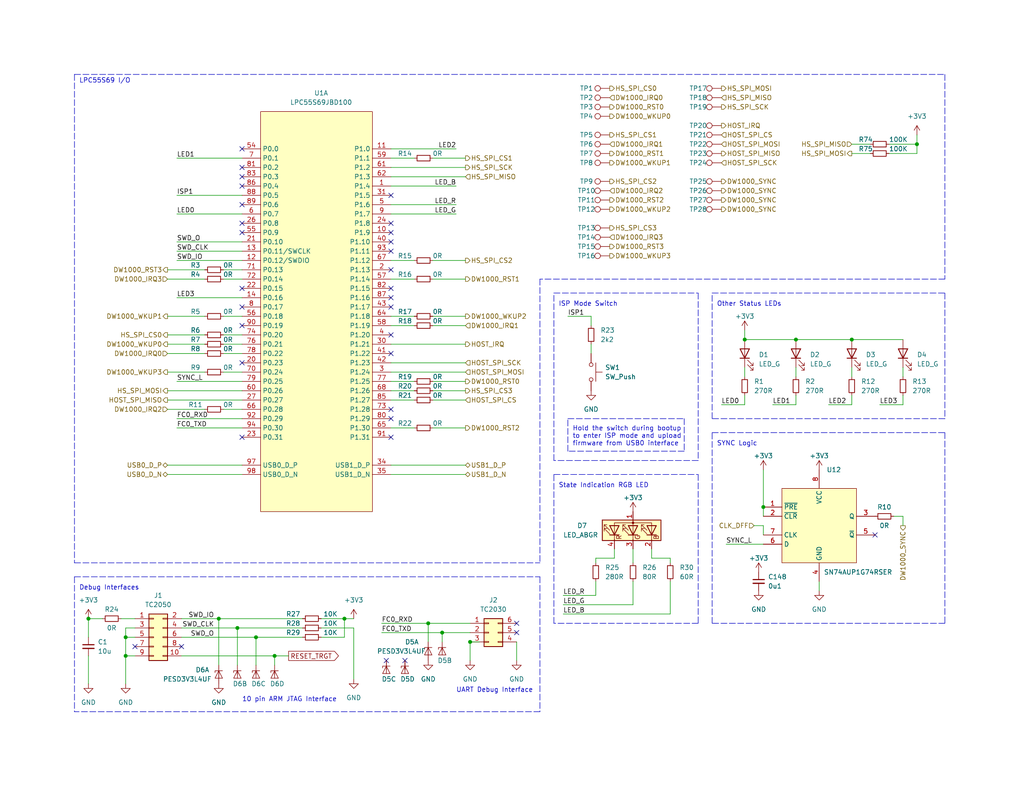
<source format=kicad_sch>
(kicad_sch (version 20231120) (generator "eeschema") (generator_version "8.0")
  (paper "USLetter")
  (title_block (title "ReLoki - LPC55S69 Microcontroller") (date "2022-12-12") (rev "0.2.1") (company "George Mason University"))
  (junction (at 34.29 179.07))
  (junction (at 208.28 138.43))
  (junction (at 24.13 168.91))
  (junction (at 128.27 175.26))
  (junction (at 59.69 168.91))
  (junction (at 64.77 171.45))
  (junction (at 217.17 92.71))
  (junction (at 116.84 170.18))
  (junction (at 250.19 39.37))
  (junction (at 34.29 173.99))
  (junction (at 69.85 173.99))
  (junction (at 203.2 92.71))
  (junction (at 232.41 92.71))
  (junction (at 74.93 179.07))
  (junction (at 120.65 172.72))
  (junction (at 93.98 168.91))
  (no_connect (at 36.83 176.53))
  (no_connect (at 106.68 83.82))
  (no_connect (at 106.68 81.28))
  (no_connect (at 106.68 78.74))
  (no_connect (at 106.68 53.34))
  (no_connect (at 106.68 60.96))
  (no_connect (at 106.68 73.66))
  (no_connect (at 106.68 68.58))
  (no_connect (at 106.68 66.04))
  (no_connect (at 106.68 63.5))
  (no_connect (at 106.68 91.44))
  (no_connect (at 106.68 96.52))
  (no_connect (at 66.04 78.74))
  (no_connect (at 66.04 83.82))
  (no_connect (at 66.04 88.9))
  (no_connect (at 66.04 99.06))
  (no_connect (at 66.04 119.38))
  (no_connect (at 106.68 119.38))
  (no_connect (at 106.68 114.3))
  (no_connect (at 106.68 111.76))
  (no_connect (at 66.04 55.88))
  (no_connect (at 66.04 60.96))
  (no_connect (at 66.04 63.5))
  (no_connect (at 66.04 45.72))
  (no_connect (at 66.04 48.26))
  (no_connect (at 66.04 50.8))
  (no_connect (at 66.04 40.64))
  (no_connect (at 238.76 146.05))
  (no_connect (at 105.41 180.34))
  (no_connect (at 140.97 172.72))
  (no_connect (at 140.97 170.18))
  (no_connect (at 49.53 176.53))
  (no_connect (at 110.49 180.34))
  (polyline (pts (xy 257.81 118.11) (xy 257.81 170.18)) (stroke (width 0) (type dash)))
  (polyline (pts (xy 186.69 114.3) (xy 186.69 123.19)) (stroke (width 0) (type dash)))
  (wire (pts (xy 217.17 92.71) (xy 232.41 92.71)))
  (wire (pts (xy 217.17 107.95) (xy 217.17 110.49)))
  (wire (pts (xy 106.68 88.9) (xy 113.03 88.9)))
  (wire (pts (xy 64.77 171.45) (xy 82.55 171.45)))
  (wire (pts (xy 205.74 143.51) (xy 208.28 143.51)))
  (wire (pts (xy 208.28 143.51) (xy 208.28 146.05)))
  (wire (pts (xy 60.96 101.6) (xy 66.04 101.6)))
  (wire (pts (xy 74.93 179.07) (xy 78.74 179.07)))
  (polyline (pts (xy 151.13 170.18) (xy 151.13 129.54)) (stroke (width 0) (type dash)))
  (polyline (pts (xy 20.32 157.48) (xy 147.32 157.48)) (stroke (width 0) (type dash)))
  (polyline (pts (xy 257.81 20.32) (xy 257.81 76.2)) (stroke (width 0) (type dash)))
  (wire (pts (xy 64.77 171.45) (xy 64.77 181.61)))
  (wire (pts (xy 60.96 86.36) (xy 66.04 86.36)))
  (wire (pts (xy 48.26 104.14) (xy 66.04 104.14)))
  (wire (pts (xy 153.67 167.64) (xy 182.88 167.64)))
  (wire (pts (xy 246.38 110.49) (xy 240.03 110.49)))
  (polyline (pts (xy 186.69 123.19) (xy 154.94 123.19)) (stroke (width 0) (type dash)))
  (wire (pts (xy 45.72 129.54) (xy 66.04 129.54)))
  (polyline (pts (xy 151.13 129.54) (xy 190.5 129.54)) (stroke (width 0) (type dash)))
  (wire (pts (xy 34.29 173.99) (xy 34.29 171.45)))
  (wire (pts (xy 106.68 58.42) (xy 124.46 58.42)))
  (wire (pts (xy 74.93 179.07) (xy 74.93 181.61)))
  (wire (pts (xy 34.29 173.99) (xy 36.83 173.99)))
  (wire (pts (xy 172.72 165.1) (xy 172.72 158.75)))
  (wire (pts (xy 162.56 152.4) (xy 162.56 153.67)))
  (polyline (pts (xy 20.32 20.32) (xy 257.81 20.32)) (stroke (width 0) (type dash)))
  (wire (pts (xy 60.96 73.66) (xy 66.04 73.66)))
  (wire (pts (xy 208.28 128.27) (xy 208.28 138.43)))
  (wire (pts (xy 116.84 170.18) (xy 128.27 170.18)))
  (wire (pts (xy 196.85 110.49) (xy 203.2 110.49)))
  (wire (pts (xy 45.72 106.68) (xy 66.04 106.68)))
  (polyline (pts (xy 154.94 123.19) (xy 154.94 114.3)) (stroke (width 0) (type dash)))
  (wire (pts (xy 34.29 179.07) (xy 34.29 173.99)))
  (wire (pts (xy 106.68 55.88) (xy 124.46 55.88)))
  (polyline (pts (xy 257.81 170.18) (xy 194.31 170.18)) (stroke (width 0) (type dash)))
  (wire (pts (xy 48.26 71.12) (xy 66.04 71.12)))
  (wire (pts (xy 177.8 149.86) (xy 177.8 152.4)))
  (wire (pts (xy 45.72 101.6) (xy 55.88 101.6)))
  (wire (pts (xy 106.68 99.06) (xy 127 99.06)))
  (wire (pts (xy 106.68 40.64) (xy 124.46 40.64)))
  (polyline (pts (xy 147.32 157.48) (xy 147.32 194.31)) (stroke (width 0) (type dash)))
  (wire (pts (xy 69.85 173.99) (xy 69.85 181.61)))
  (wire (pts (xy 33.02 168.91) (xy 36.83 168.91)))
  (wire (pts (xy 93.98 173.99) (xy 93.98 168.91)))
  (wire (pts (xy 87.63 171.45) (xy 96.52 171.45)))
  (polyline (pts (xy 194.31 170.18) (xy 194.31 118.11)) (stroke (width 0) (type dash)))
  (wire (pts (xy 49.53 171.45) (xy 64.77 171.45)))
  (wire (pts (xy 48.26 114.3) (xy 66.04 114.3)))
  (wire (pts (xy 48.26 81.28) (xy 66.04 81.28)))
  (wire (pts (xy 232.41 92.71) (xy 246.38 92.71)))
  (polyline (pts (xy 147.32 76.2) (xy 147.32 153.67)) (stroke (width 0) (type dash)))
  (wire (pts (xy 250.19 41.91) (xy 250.19 39.37)))
  (polyline (pts (xy 190.5 80.01) (xy 190.5 125.73)) (stroke (width 0) (type dash)))
  (wire (pts (xy 242.57 41.91) (xy 250.19 41.91)))
  (wire (pts (xy 49.53 179.07) (xy 74.93 179.07)))
  (wire (pts (xy 45.72 109.22) (xy 66.04 109.22)))
  (wire (pts (xy 48.26 116.84) (xy 66.04 116.84)))
  (wire (pts (xy 60.96 93.98) (xy 66.04 93.98)))
  (wire (pts (xy 162.56 162.56) (xy 162.56 158.75)))
  (wire (pts (xy 153.67 162.56) (xy 162.56 162.56)))
  (wire (pts (xy 93.98 168.91) (xy 96.52 168.91)))
  (wire (pts (xy 106.68 43.18) (xy 113.03 43.18)))
  (wire (pts (xy 34.29 171.45) (xy 36.83 171.45)))
  (wire (pts (xy 49.53 168.91) (xy 59.69 168.91)))
  (polyline (pts (xy 194.31 80.01) (xy 257.81 80.01)) (stroke (width 0) (type dash)))
  (wire (pts (xy 45.72 93.98) (xy 55.88 93.98)))
  (polyline (pts (xy 20.32 157.48) (xy 20.32 194.31)) (stroke (width 0) (type dash)))
  (wire (pts (xy 106.68 71.12) (xy 113.03 71.12)))
  (wire (pts (xy 161.29 93.98) (xy 161.29 96.52)))
  (wire (pts (xy 182.88 167.64) (xy 182.88 158.75)))
  (wire (pts (xy 242.57 39.37) (xy 250.19 39.37)))
  (wire (pts (xy 104.14 170.18) (xy 116.84 170.18)))
  (wire (pts (xy 172.72 149.86) (xy 172.72 153.67)))
  (wire (pts (xy 161.29 86.36) (xy 161.29 88.9)))
  (wire (pts (xy 106.68 48.26) (xy 127 48.26)))
  (wire (pts (xy 24.13 168.91) (xy 27.94 168.91)))
  (wire (pts (xy 48.26 58.42) (xy 66.04 58.42)))
  (wire (pts (xy 154.94 86.36) (xy 161.29 86.36)))
  (polyline (pts (xy 190.5 129.54) (xy 190.5 170.18)) (stroke (width 0) (type dash)))
  (wire (pts (xy 106.68 86.36) (xy 113.03 86.36)))
  (polyline (pts (xy 20.32 20.32) (xy 20.32 153.67)) (stroke (width 0) (type dash)))
  (polyline (pts (xy 20.32 153.67) (xy 147.32 153.67)) (stroke (width 0) (type dash)))
  (wire (pts (xy 118.11 109.22) (xy 127 109.22)))
  (wire (pts (xy 167.64 149.86) (xy 167.64 152.4)))
  (wire (pts (xy 59.69 168.91) (xy 59.69 181.61)))
  (wire (pts (xy 118.11 106.68) (xy 127 106.68)))
  (wire (pts (xy 106.68 116.84) (xy 113.03 116.84)))
  (polyline (pts (xy 190.5 125.73) (xy 151.13 125.73)) (stroke (width 0) (type dash)))
  (wire (pts (xy 232.41 100.33) (xy 232.41 102.87)))
  (wire (pts (xy 106.68 109.22) (xy 113.03 109.22)))
  (wire (pts (xy 106.68 93.98) (xy 127 93.98)))
  (wire (pts (xy 60.96 91.44) (xy 66.04 91.44)))
  (wire (pts (xy 232.41 107.95) (xy 232.41 110.49)))
  (wire (pts (xy 128.27 175.26) (xy 128.27 180.34)))
  (polyline (pts (xy 194.31 118.11) (xy 257.81 118.11)) (stroke (width 0) (type dash)))
  (wire (pts (xy 45.72 127) (xy 66.04 127)))
  (wire (pts (xy 106.68 45.72) (xy 127 45.72)))
  (wire (pts (xy 87.63 168.91) (xy 93.98 168.91)))
  (wire (pts (xy 198.12 148.59) (xy 208.28 148.59)))
  (wire (pts (xy 120.65 172.72) (xy 128.27 172.72)))
  (wire (pts (xy 177.8 152.4) (xy 182.88 152.4)))
  (wire (pts (xy 232.41 41.91) (xy 237.49 41.91)))
  (wire (pts (xy 118.11 88.9) (xy 127 88.9)))
  (wire (pts (xy 250.19 39.37) (xy 250.19 36.83)))
  (wire (pts (xy 24.13 179.07) (xy 24.13 186.69)))
  (wire (pts (xy 203.2 92.71) (xy 217.17 92.71)))
  (wire (pts (xy 153.67 165.1) (xy 172.72 165.1)))
  (wire (pts (xy 118.11 71.12) (xy 127 71.12)))
  (wire (pts (xy 34.29 186.69) (xy 34.29 179.07)))
  (wire (pts (xy 243.84 140.97) (xy 246.38 140.97)))
  (wire (pts (xy 226.06 110.49) (xy 232.41 110.49)))
  (wire (pts (xy 140.97 175.26) (xy 140.97 180.34)))
  (wire (pts (xy 45.72 111.76) (xy 55.88 111.76)))
  (wire (pts (xy 118.11 43.18) (xy 127 43.18)))
  (wire (pts (xy 118.11 116.84) (xy 127 116.84)))
  (wire (pts (xy 45.72 73.66) (xy 55.88 73.66)))
  (wire (pts (xy 203.2 107.95) (xy 203.2 110.49)))
  (wire (pts (xy 106.68 104.14) (xy 113.03 104.14)))
  (wire (pts (xy 48.26 68.58) (xy 66.04 68.58)))
  (wire (pts (xy 60.96 76.2) (xy 66.04 76.2)))
  (polyline (pts (xy 154.94 114.3) (xy 186.69 114.3)) (stroke (width 0) (type dash)))
  (wire (pts (xy 246.38 107.95) (xy 246.38 110.49)))
  (wire (pts (xy 45.72 76.2) (xy 55.88 76.2)))
  (wire (pts (xy 203.2 100.33) (xy 203.2 102.87)))
  (wire (pts (xy 120.65 172.72) (xy 120.65 175.26)))
  (wire (pts (xy 246.38 100.33) (xy 246.38 102.87)))
  (wire (pts (xy 48.26 43.18) (xy 66.04 43.18)))
  (wire (pts (xy 34.29 179.07) (xy 36.83 179.07)))
  (wire (pts (xy 45.72 86.36) (xy 55.88 86.36)))
  (wire (pts (xy 104.14 172.72) (xy 120.65 172.72)))
  (wire (pts (xy 87.63 173.99) (xy 93.98 173.99)))
  (wire (pts (xy 69.85 173.99) (xy 82.55 173.99)))
  (wire (pts (xy 45.72 96.52) (xy 55.88 96.52)))
  (polyline (pts (xy 257.81 80.01) (xy 257.81 114.3)) (stroke (width 0) (type dash)))
  (wire (pts (xy 127 127) (xy 106.68 127)))
  (wire (pts (xy 223.52 161.29) (xy 223.52 158.75)))
  (wire (pts (xy 208.28 138.43) (xy 208.28 140.97)))
  (wire (pts (xy 106.68 76.2) (xy 113.03 76.2)))
  (wire (pts (xy 60.96 96.52) (xy 66.04 96.52)))
  (wire (pts (xy 217.17 100.33) (xy 217.17 102.87)))
  (wire (pts (xy 45.72 91.44) (xy 55.88 91.44)))
  (wire (pts (xy 48.26 66.04) (xy 66.04 66.04)))
  (polyline (pts (xy 190.5 170.18) (xy 151.13 170.18)) (stroke (width 0) (type dash)))
  (wire (pts (xy 130.81 175.26) (xy 128.27 175.26)))
  (wire (pts (xy 246.38 140.97) (xy 246.38 143.51)))
  (wire (pts (xy 106.68 101.6) (xy 127 101.6)))
  (wire (pts (xy 203.2 90.17) (xy 203.2 92.71)))
  (wire (pts (xy 127 129.54) (xy 106.68 129.54)))
  (polyline (pts (xy 151.13 80.01) (xy 190.5 80.01)) (stroke (width 0) (type dash)))
  (wire (pts (xy 96.52 171.45) (xy 96.52 185.42)))
  (wire (pts (xy 232.41 39.37) (xy 237.49 39.37)))
  (wire (pts (xy 106.68 106.68) (xy 113.03 106.68)))
  (wire (pts (xy 118.11 86.36) (xy 127 86.36)))
  (wire (pts (xy 60.96 111.76) (xy 66.04 111.76)))
  (wire (pts (xy 48.26 53.34) (xy 66.04 53.34)))
  (wire (pts (xy 116.84 170.18) (xy 116.84 175.26)))
  (wire (pts (xy 24.13 168.91) (xy 24.13 173.99)))
  (polyline (pts (xy 194.31 114.3) (xy 194.31 80.01)) (stroke (width 0) (type dash)))
  (wire (pts (xy 167.64 152.4) (xy 162.56 152.4)))
  (polyline (pts (xy 257.81 76.2) (xy 147.32 76.2)) (stroke (width 0) (type dash)))
  (polyline (pts (xy 147.32 194.31) (xy 20.32 194.31)) (stroke (width 0) (type dash)))
  (wire (pts (xy 49.53 173.99) (xy 69.85 173.99)))
  (wire (pts (xy 210.82 110.49) (xy 217.17 110.49)))
  (polyline (pts (xy 257.81 114.3) (xy 194.31 114.3)) (stroke (width 0) (type dash)))
  (polyline (pts (xy 151.13 125.73) (xy 151.13 80.01)) (stroke (width 0) (type dash)))
  (wire (pts (xy 118.11 76.2) (xy 127 76.2)))
  (wire (pts (xy 59.69 168.91) (xy 82.55 168.91)))
  (wire (pts (xy 182.88 152.4) (xy 182.88 153.67)))
  (wire (pts (xy 118.11 104.14) (xy 127 104.14)))
  (wire (pts (xy 106.68 50.8) (xy 124.46 50.8)))
  (text "Other Status LEDs" (at 195.58 83.82 0) (effects (font (size 1.27 1.27)) (justify left bottom)))
  (text "10 pin ARM JTAG Interface" (at 66.04 191.77 0) (effects (font (size 1.27 1.27)) (justify left bottom)))
  (text "UART Debug Interface" (at 124.46 189.23 0) (effects (font (size 1.27 1.27)) (justify left bottom)))
  (text "Debug Interfaces" (at 21.59 161.29 0) (effects (font (size 1.27 1.27)) (justify left bottom)))
  (text "State Indication RGB LED" (at 152.4 133.35 0) (effects (font (size 1.27 1.27)) (justify left bottom)))
  (text "LPC55S69 I/O" (at 21.59 22.86 0) (effects (font (size 1.27 1.27)) (justify left bottom)))
  (text "Hold the switch during bootup \nto enter ISP mode and upload \nfirmware from USB0 interface" (at 156.21 121.92 0) (effects (font (size 1.27 1.27)) (justify left bottom)))
  (text "SYNC Logic\n" (at 195.58 121.92 0) (effects (font (size 1.27 1.27)) (justify left bottom)))
  (text "ISP Mode Switch" (at 152.4 83.82 0) (effects (font (size 1.27 1.27)) (justify left bottom)))
  (label "ISP1" (at 154.94 86.36 0))
  (label "SWD_IO" (at 58.42 168.91 180))
  (label "LED_B" (at 153.67 167.64 0))
  (label "SWD_CLK" (at 48.26 68.58 0))
  (label "LED3" (at 48.26 81.28 0))
  (label "LED3" (at 240.03 110.49 0))
  (label "LED_R" (at 124.46 55.88 180))
  (label "LED_R" (at 153.67 162.56 0))
  (label "SWD_O" (at 58.42 173.99 180))
  (label "FC0_TXD" (at 48.26 116.84 0))
  (label "FC0_RXD" (at 104.14 170.18 0))
  (label "LED_B" (at 124.46 50.8 180))
  (label "SYNC_L" (at 48.26 104.14 0))
  (label "LED1" (at 48.26 43.18 0))
  (label "LED_G" (at 153.67 165.1 0))
  (label "SWD_CLK" (at 58.42 171.45 180))
  (label "LED2" (at 226.06 110.49 0))
  (label "SYNC_L" (at 198.12 148.59 0))
  (label "SWD_IO" (at 48.26 71.12 0))
  (label "LED2" (at 124.46 40.64 180))
  (label "LED1" (at 210.82 110.49 0))
  (label "FC0_TXD" (at 104.14 172.72 0))
  (label "LED0" (at 48.26 58.42 0))
  (label "ISP1" (at 48.26 53.34 0))
  (label "LED_G" (at 124.46 58.42 180))
  (label "FC0_RXD" (at 48.26 114.3 0))
  (label "SWD_O" (at 48.26 66.04 0))
  (label "LED0" (at 196.85 110.49 0))
  (global_label "RESET_TRGT" (shape output) (at 78.74 179.07 0) (property "Intersheetrefs" "${INTERSHEET_REFS}" (effects (hide yes))))
  (hierarchical_label "DW1000_RST2" (shape output) (at 166.37 54.61 0))
  (hierarchical_label "HOST_SPI_CS" (shape input) (at 127 109.22 0))
  (hierarchical_label "DW1000_SYNC" (shape output) (at 196.85 49.53 0))
  (hierarchical_label "DW1000_RST0" (shape output) (at 127 104.14 0))
  (hierarchical_label "DW1000_RST1" (shape output) (at 127 76.2 0))
  (hierarchical_label "HS_SPI_CS1" (shape output) (at 127 43.18 0))
  (hierarchical_label "HOST_SPI_SCK" (shape input) (at 196.85 44.45 0))
  (hierarchical_label "HS_SPI_MISO" (shape input) (at 196.85 26.67 0))
  (hierarchical_label "HOST_SPI_MOSI" (shape input) (at 196.85 39.37 0))
  (hierarchical_label "HS_SPI_CS0" (shape output) (at 45.72 91.44 180))
  (hierarchical_label "DW1000_WKUP1" (shape output) (at 45.72 86.36 180))
  (hierarchical_label "DW1000_RST0" (shape output) (at 166.37 29.21 0))
  (hierarchical_label "HOST_SPI_MISO" (shape output) (at 196.85 41.91 0))
  (hierarchical_label "DW1000_SYNC" (shape output) (at 196.85 54.61 0))
  (hierarchical_label "DW1000_WKUP3" (shape output) (at 45.72 101.6 180))
  (hierarchical_label "DW1000_SYNC" (shape output) (at 196.85 52.07 0))
  (hierarchical_label "HS_SPI_MOSI" (shape output) (at 45.72 106.68 180))
  (hierarchical_label "HOST_SPI_MOSI" (shape input) (at 127 101.6 0))
  (hierarchical_label "DW1000_IRQ1" (shape input) (at 127 88.9 0))
  (hierarchical_label "DW1000_WKUP0" (shape output) (at 45.72 93.98 180))
  (hierarchical_label "DW1000_IRQ3" (shape input) (at 166.37 64.77 0))
  (hierarchical_label "HS_SPI_MISO" (shape input) (at 127 48.26 0))
  (hierarchical_label "DW1000_RST3" (shape output) (at 45.72 73.66 180))
  (hierarchical_label "DW1000_RST1" (shape output) (at 166.37 41.91 0))
  (hierarchical_label "DW1000_IRQ0" (shape input) (at 166.37 26.67 0))
  (hierarchical_label "HS_SPI_MOSI" (shape output) (at 196.85 24.13 0))
  (hierarchical_label "DW1000_WKUP2" (shape output) (at 166.37 57.15 0))
  (hierarchical_label "HOST_IRQ" (shape output) (at 196.85 34.29 0))
  (hierarchical_label "HOST_SPI_MISO" (shape output) (at 45.72 109.22 180))
  (hierarchical_label "DW1000_IRQ2" (shape input) (at 166.37 52.07 0))
  (hierarchical_label "CLK_DFF" (shape input) (at 205.74 143.51 180))
  (hierarchical_label "USB0_D_P" (shape bidirectional) (at 45.72 127 180))
  (hierarchical_label "HS_SPI_CS3" (shape output) (at 127 106.68 0))
  (hierarchical_label "HS_SPI_CS3" (shape output) (at 166.37 62.23 0))
  (hierarchical_label "DW1000_RST2" (shape output) (at 127 116.84 0))
  (hierarchical_label "HOST_SPI_CS" (shape input) (at 196.85 36.83 0))
  (hierarchical_label "HS_SPI_CS2" (shape output) (at 166.37 49.53 0))
  (hierarchical_label "HOST_SPI_SCK" (shape input) (at 127 99.06 0))
  (hierarchical_label "DW1000_WKUP0" (shape output) (at 166.37 31.75 0))
  (hierarchical_label "USB0_D_N" (shape bidirectional) (at 45.72 129.54 180))
  (hierarchical_label "HS_SPI_CS0" (shape output) (at 166.37 24.13 0))
  (hierarchical_label "DW1000_SYNC" (shape output) (at 246.38 143.51 270))
  (hierarchical_label "DW1000_WKUP1" (shape output) (at 166.37 44.45 0))
  (hierarchical_label "DW1000_IRQ0" (shape input) (at 45.72 96.52 180))
  (hierarchical_label "HS_SPI_MISO" (shape input) (at 232.41 39.37 180))
  (hierarchical_label "DW1000_IRQ2" (shape input) (at 45.72 111.76 180))
  (hierarchical_label "DW1000_WKUP2" (shape output) (at 127 86.36 0))
  (hierarchical_label "USB1_D_N" (shape bidirectional) (at 127 129.54 0))
  (hierarchical_label "HS_SPI_CS2" (shape output) (at 127 71.12 0))
  (hierarchical_label "USB1_D_P" (shape bidirectional) (at 127 127 0))
  (hierarchical_label "DW1000_IRQ1" (shape input) (at 166.37 39.37 0))
  (hierarchical_label "HS_SPI_CS1" (shape output) (at 166.37 36.83 0))
  (hierarchical_label "DW1000_WKUP3" (shape output) (at 166.37 69.85 0))
  (hierarchical_label "DW1000_SYNC" (shape output) (at 196.85 57.15 0))
  (hierarchical_label "DW1000_IRQ3" (shape input) (at 45.72 76.2 180))
  (hierarchical_label "HS_SPI_MOSI" (shape output) (at 232.41 41.91 180))
  (hierarchical_label "HOST_IRQ" (shape output) (at 127 93.98 0))
  (hierarchical_label "HS_SPI_SCK" (shape output) (at 196.85 29.21 0))
  (hierarchical_label "HS_SPI_SCK" (shape output) (at 127 45.72 0))
  (hierarchical_label "DW1000_RST3" (shape output) (at 166.37 67.31 0))
  (symbol (lib_id "Connector:TestPoint") (at 166.37 49.53 90) (unit 1)
    (property "Reference" "TP9" (at 160.02 49.53 90))
    (property "Value" "TestPoint" (effects (hide yes)))
    (property "Footprint" "TestPoint:TestPoint_Pad_D1.0mm" (effects (hide yes)))
  )
  (symbol (lib_id "Connector:TestPoint") (at 196.85 34.29 90) (unit 1)
    (property "Reference" "TP20" (at 190.5 34.29 90))
    (property "Value" "TestPoint" (effects (hide yes)))
    (property "Footprint" "TestPoint:TestPoint_Pad_D1.0mm" (effects (hide yes)))
  )
  (symbol (lib_id "Connector:TestPoint") (at 196.85 29.21 90) (unit 1)
    (property "Reference" "TP19" (at 190.5 29.21 90))
    (property "Value" "TestPoint" (effects (hide yes)))
    (property "Footprint" "TestPoint:TestPoint_Pad_D1.0mm" (effects (hide yes)))
  )
  (symbol (lib_id "Connector:TestPoint") (at 196.85 39.37 90) (unit 1)
    (property "Reference" "TP22" (at 190.5 39.37 90))
    (property "Value" "TestPoint" (effects (hide yes)))
    (property "Footprint" "TestPoint:TestPoint_Pad_D1.0mm" (effects (hide yes)))
  )
  (symbol (lib_id "Device:R_Small") (at 85.09 171.45 90) (unit 1)
    (property "Reference" "R28" (at 80.01 170.18 90))
    (property "Value" "10K" (at 90.17 170.18 90))
    (property "Footprint" "Resistor_SMD:R_0402_1005Metric" (effects (hide yes)))
  )
  (symbol (lib_id "Connector:TestPoint") (at 166.37 31.75 90) (unit 1)
    (property "Reference" "TP4" (at 160.02 31.75 90))
    (property "Value" "TestPoint" (effects (hide yes)))
    (property "Footprint" "TestPoint:TestPoint_Pad_D1.0mm" (effects (hide yes)))
  )
  (symbol (lib_id "Device:R_Small") (at 115.57 76.2 90) (unit 1)
    (property "Reference" "R16" (at 110.49 74.93 90))
    (property "Value" "0R" (at 119.38 74.93 90))
    (property "Footprint" "Resistor_SMD:R_0402_1005Metric" (effects (hide yes)))
  )
  (symbol (lib_id "Connector:TestPoint") (at 166.37 39.37 90) (unit 1)
    (property "Reference" "TP6" (at 160.02 39.37 90))
    (property "Value" "TestPoint" (effects (hide yes)))
    (property "Footprint" "TestPoint:TestPoint_Pad_D1.0mm" (effects (hide yes)))
  )
  (symbol (lib_id "power:+3V3") (at 207.01 156.21 0) (unit 1)
    (property "Reference" "#PWR014" (effects (hide yes)))
    (property "Value" "+3V3" (at 207.01 152.4 0))
  )
  (symbol (lib_id "Power_Protection:PESD3V3L4UF") (at 110.49 182.88 270) (unit 4)
    (property "Reference" "D5" (at 109.22 185.42 90) (effects (justify left)))
    (property "Value" "PESD3V3L4UF" (effects (hide yes)))
    (property "Footprint" "Package_TO_SOT_SMD:SOT-886" (effects (hide yes)))
    (property "Datasheet" "https://assets.nexperia.com/documents/data-sheet/PESDXL4UF_G_W.pdf" (effects (hide yes)))
  )
  (symbol (lib_id "Device:R_Small") (at 182.88 156.21 0) (unit 1)
    (property "Reference" "R30" (at 185.42 154.94 0) (effects (justify left)))
    (property "Value" "60R" (at 185.42 157.4799 0) (effects (justify left)))
    (property "Footprint" "Resistor_SMD:R_0402_1005Metric" (effects (hide yes)))
  )
  (symbol (lib_id "Device:LED") (at 246.38 96.52 90) (unit 1)
    (property "Reference" "D4" (at 250.19 96.8374 90) (effects (justify right)))
    (property "Value" "LED_G" (at 250.19 99.3774 90) (effects (justify right)))
    (property "Footprint" "LED_SMD:LED_0603_1608Metric" (effects (hide yes)))
  )
  (symbol (lib_id "Device:R_Small") (at 58.42 76.2 90) (unit 1)
    (property "Reference" "R4" (at 53.34 74.93 90))
    (property "Value" "0R" (at 62.23 74.93 90))
    (property "Footprint" "Resistor_SMD:R_0402_1005Metric" (effects (hide yes)))
  )
  (symbol (lib_id "Device:R_Small") (at 30.48 168.91 90) (unit 1)
    (property "Reference" "R24" (at 30.48 166.37 90))
    (property "Value" "0R" (at 30.48 171.45 90))
    (property "Footprint" "Resistor_SMD:R_0402_1005Metric" (effects (hide yes)))
  )
  (symbol (lib_id "Device:R_Small") (at 58.42 101.6 90) (unit 1)
    (property "Reference" "R9" (at 53.34 100.33 90))
    (property "Value" "0R" (at 62.23 100.33 90))
    (property "Footprint" "Resistor_SMD:R_0402_1005Metric" (effects (hide yes)))
  )
  (symbol (lib_id "MCU_NXP_LPC_U:LPC55S69JBD100") (at 86.36 73.66 0) (unit 1)
    (property "Reference" "U1" (at 87.63 25.4 0))
    (property "Value" "LPC55S69JBD100" (at 87.63 27.94 0))
    (property "Footprint" "Package_QFP_U:HLQFP-100_14x14mm_P0.5mm" (effects (hide yes)))
    (property "Datasheet" "https://www.nxp.com/docs/en/nxp/data-sheets/LPC55S6x_DS.pdf" (effects (hide yes)))
  )
  (symbol (lib_id "power:+3V3") (at 24.13 168.91 0) (unit 1)
    (property "Reference" "#PWR02" (effects (hide yes)))
    (property "Value" "+3V3" (at 24.13 163.83 0))
  )
  (symbol (lib_id "Connector:TestPoint") (at 196.85 57.15 90) (unit 1)
    (property "Reference" "TP28" (at 190.5 57.15 90))
    (property "Value" "TestPoint" (effects (hide yes)))
    (property "Footprint" "TestPoint:TestPoint_Pad_D1.0mm" (effects (hide yes)))
  )
  (symbol (lib_id "power:+3V3") (at 203.2 90.17 0) (unit 1)
    (property "Reference" "#PWR01" (effects (hide yes)))
    (property "Value" "+3V3" (at 203.2 86.36 0))
  )
  (symbol (lib_id "Connector:TestPoint") (at 196.85 26.67 90) (unit 1)
    (property "Reference" "TP18" (at 190.5 26.67 90))
    (property "Value" "TestPoint" (effects (hide yes)))
    (property "Footprint" "TestPoint:TestPoint_Pad_D1.0mm" (effects (hide yes)))
  )
  (symbol (lib_id "Device:R_Small") (at 217.17 105.41 0) (unit 1)
    (property "Reference" "R2" (at 219.71 104.1399 0) (effects (justify left)))
    (property "Value" "270R" (at 219.71 106.6799 0) (effects (justify left)))
    (property "Footprint" "Resistor_SMD:R_0402_1005Metric" (effects (hide yes)))
  )
  (symbol (lib_id "Device:R_Small") (at 58.42 86.36 90) (unit 1)
    (property "Reference" "R5" (at 53.34 85.09 90))
    (property "Value" "0R" (at 62.23 85.09 90))
    (property "Footprint" "Resistor_SMD:R_0402_1005Metric" (effects (hide yes)))
  )
  (symbol (lib_id "Device:R_Small") (at 85.09 173.99 90) (unit 1)
    (property "Reference" "R29" (at 80.01 172.72 90))
    (property "Value" "10K" (at 90.17 172.72 90))
    (property "Footprint" "Resistor_SMD:R_0402_1005Metric" (effects (hide yes)))
  )
  (symbol (lib_id "Device:R_Small") (at 240.03 41.91 90) (unit 1)
    (property "Reference" "R75" (at 236.22 40.64 90))
    (property "Value" "100K" (at 245.11 40.64 90))
    (property "Footprint" "Resistor_SMD:R_0402_1005Metric" (effects (hide yes)))
  )
  (symbol (lib_id "74xGxx_U:SN74AUP1G74RSER") (at 223.52 143.51 0) (unit 1)
    (property "Reference" "U12" (at 225.5394 128.27 0) (effects (justify left)))
    (property "Value" "SN74AUP1G74RSER" (at 224.79 156.21 0) (effects (justify left)))
    (property "Footprint" "Package_DFN_QFN_U:UQFN-8-1.55x1.55mm_P0.5mm" (effects (hide yes)))
    (property "Datasheet" "https://www.ti.com/lit/ds/symlink/sn74aup1g74.pdf?HQS=dis-mous-null-mousermode-dsf-pf-null-wwe&ts=1668196813867&ref_url=https%253A%252F%252Fwww.mouser.com%252F" (effects (hide yes)))
  )
  (symbol (lib_id "power:+3V3") (at 96.52 168.91 0) (unit 1)
    (property "Reference" "#PWR011" (effects (hide yes)))
    (property "Value" "+3V3" (at 96.52 163.83 0))
  )
  (symbol (lib_id "power:+3V3") (at 172.72 139.7 0) (unit 1)
    (property "Reference" "#PWR010" (effects (hide yes)))
    (property "Value" "+3V3" (at 172.72 135.89 0))
  )
  (symbol (lib_id "power:+3V3") (at 250.19 36.83 0) (unit 1)
    (property "Reference" "#PWR0184" (effects (hide yes)))
    (property "Value" "+3V3" (at 250.19 31.75 0))
  )
  (symbol (lib_id "Device:R_Small") (at 115.57 106.68 90) (unit 1)
    (property "Reference" "R20" (at 110.49 105.41 90))
    (property "Value" "0R" (at 119.38 105.41 90))
    (property "Footprint" "Resistor_SMD:R_0402_1005Metric" (effects (hide yes)))
  )
  (symbol (lib_id "Connector:TestPoint") (at 166.37 24.13 90) (unit 1)
    (property "Reference" "TP1" (at 160.02 24.13 90))
    (property "Value" "TestPoint" (effects (hide yes)))
    (property "Footprint" "TestPoint:TestPoint_Pad_D1.0mm" (effects (hide yes)))
  )
  (symbol (lib_id "Device:R_Small") (at 115.57 88.9 90) (unit 1)
    (property "Reference" "R18" (at 110.49 87.63 90))
    (property "Value" "0R" (at 119.38 87.63 90))
    (property "Footprint" "Resistor_SMD:R_0402_1005Metric" (effects (hide yes)))
  )
  (symbol (lib_id "Connector:TestPoint") (at 196.85 41.91 90) (unit 1)
    (property "Reference" "TP23" (at 190.5 41.91 90))
    (property "Value" "TestPoint" (effects (hide yes)))
    (property "Footprint" "TestPoint:TestPoint_Pad_D1.0mm" (effects (hide yes)))
  )
  (symbol (lib_id "Connector:TestPoint") (at 166.37 26.67 90) (unit 1)
    (property "Reference" "TP2" (at 160.02 26.67 90))
    (property "Value" "TestPoint" (effects (hide yes)))
    (property "Footprint" "TestPoint:TestPoint_Pad_D1.0mm" (effects (hide yes)))
  )
  (symbol (lib_id "power:GND") (at 59.69 186.69 0) (unit 1)
    (property "Reference" "#PWR08" (effects (hide yes)))
    (property "Value" "GND" (at 59.69 191.77 0))
  )
  (symbol (lib_id "power:GND") (at 207.01 161.29 0) (unit 1)
    (property "Reference" "#PWR017" (effects (hide yes)))
    (property "Value" "GND" (at 207.01 166.37 0))
  )
  (symbol (lib_id "power:GND") (at 161.29 106.68 0) (unit 1)
    (property "Reference" "#PWR04" (effects (hide yes)))
    (property "Value" "GND" (at 161.29 111.76 0))
  )
  (symbol (lib_id "Connector_Generic:Conn_02x05_Odd_Even") (at 41.91 173.99 0) (unit 1)
    (property "Reference" "J1" (at 43.18 162.56 0))
    (property "Value" "TC2050" (at 43.18 165.1 0))
    (property "Footprint" "Tag-Connect:TC2050-IDC-NL" (effects (hide yes)))
  )
  (symbol (lib_id "Device:R_Small") (at 172.72 156.21 0) (unit 1)
    (property "Reference" "R26" (at 175.26 154.9399 0) (effects (justify left)))
    (property "Value" "80R" (at 175.26 157.4799 0) (effects (justify left)))
    (property "Footprint" "Resistor_SMD:R_0402_1005Metric" (effects (hide yes)))
  )
  (symbol (lib_id "Connector:TestPoint") (at 166.37 67.31 90) (unit 1)
    (property "Reference" "TP15" (at 160.02 67.31 90))
    (property "Value" "TestPoint" (effects (hide yes)))
    (property "Footprint" "TestPoint:TestPoint_Pad_D1.0mm" (effects (hide yes)))
  )
  (symbol (lib_id "Device:R_Small") (at 203.2 105.41 0) (unit 1)
    (property "Reference" "R1" (at 205.74 104.1399 0) (effects (justify left)))
    (property "Value" "270R" (at 205.74 106.6799 0) (effects (justify left)))
    (property "Footprint" "Resistor_SMD:R_0402_1005Metric" (effects (hide yes)))
  )
  (symbol (lib_id "Device:R_Small") (at 115.57 109.22 90) (unit 1)
    (property "Reference" "R21" (at 110.49 107.95 90))
    (property "Value" "0R" (at 119.38 107.95 90))
    (property "Footprint" "Resistor_SMD:R_0402_1005Metric" (effects (hide yes)))
  )
  (symbol (lib_id "Device:C_Small") (at 207.01 158.75 0) (unit 1)
    (property "Reference" "C148" (at 209.55 157.4862 0) (effects (justify left)))
    (property "Value" "0u1" (at 209.55 160.0262 0) (effects (justify left)))
    (property "Footprint" "Capacitor_SMD:C_0402_1005Metric" (effects (hide yes)))
  )
  (symbol (lib_id "power:GND") (at 34.29 186.69 0) (unit 1)
    (property "Reference" "#PWR05" (effects (hide yes)))
    (property "Value" "GND" (at 34.29 191.77 0))
  )
  (symbol (lib_id "Device:LED") (at 203.2 96.52 90) (unit 1)
    (property "Reference" "D1" (at 207.01 96.8374 90) (effects (justify right)))
    (property "Value" "LED_G" (at 207.01 99.3774 90) (effects (justify right)))
    (property "Footprint" "LED_SMD:LED_0603_1608Metric" (effects (hide yes)))
  )
  (symbol (lib_id "Connector:TestPoint") (at 196.85 44.45 90) (unit 1)
    (property "Reference" "TP24" (at 190.5 44.45 90))
    (property "Value" "TestPoint" (effects (hide yes)))
    (property "Footprint" "TestPoint:TestPoint_Pad_D1.0mm" (effects (hide yes)))
  )
  (symbol (lib_id "Power_Protection:PESD3V3L4UF") (at 59.69 184.15 270) (unit 1)
    (property "Reference" "D6" (at 53.34 182.88 90) (effects (justify left)))
    (property "Value" "PESD3V3L4UF" (at 44.45 185.42 90) (effects (justify left)))
    (property "Footprint" "Package_TO_SOT_SMD:SOT-886" (effects (hide yes)))
    (property "Datasheet" "https://assets.nexperia.com/documents/data-sheet/PESDXL4UF_G_W.pdf" (effects (hide yes)))
  )
  (symbol (lib_id "Connector:TestPoint") (at 196.85 54.61 90) (unit 1)
    (property "Reference" "TP27" (at 190.5 54.61 90))
    (property "Value" "TestPoint" (effects (hide yes)))
    (property "Footprint" "TestPoint:TestPoint_Pad_D1.0mm" (effects (hide yes)))
  )
  (symbol (lib_id "Connector_Generic:Conn_02x03_Counter_Clockwise") (at 133.35 172.72 0) (unit 1)
    (property "Reference" "J2" (at 134.62 163.83 0))
    (property "Value" "TC2030" (at 134.62 166.37 0))
    (property "Footprint" "Tag-Connect:TC2030-IDC-NL" (effects (hide yes)))
  )
  (symbol (lib_id "Device:R_Small") (at 246.38 105.41 0) (unit 1)
    (property "Reference" "R13" (at 248.92 104.1399 0) (effects (justify left)))
    (property "Value" "270R" (at 248.92 106.6799 0) (effects (justify left)))
    (property "Footprint" "Resistor_SMD:R_0402_1005Metric" (effects (hide yes)))
  )
  (symbol (lib_id "Device:LED") (at 232.41 96.52 90) (unit 1)
    (property "Reference" "D3" (at 236.22 96.8374 90) (effects (justify right)))
    (property "Value" "LED_G" (at 236.22 99.3774 90) (effects (justify right)))
    (property "Footprint" "LED_SMD:LED_0603_1608Metric" (effects (hide yes)))
  )
  (symbol (lib_id "Connector:TestPoint") (at 196.85 36.83 90) (unit 1)
    (property "Reference" "TP21" (at 190.5 36.83 90))
    (property "Value" "TestPoint" (effects (hide yes)))
    (property "Footprint" "TestPoint:TestPoint_Pad_D1.0mm" (effects (hide yes)))
  )
  (symbol (lib_id "Power_Protection:PESD3V3L4UF") (at 74.93 184.15 270) (unit 4)
    (property "Reference" "D6" (at 73.66 186.69 90) (effects (justify left)))
    (property "Value" "PESD3V3L4UF" (effects (hide yes)))
    (property "Footprint" "Package_TO_SOT_SMD:SOT-886" (effects (hide yes)))
    (property "Datasheet" "https://assets.nexperia.com/documents/data-sheet/PESDXL4UF_G_W.pdf" (effects (hide yes)))
  )
  (symbol (lib_id "power:GND") (at 223.52 161.29 0) (unit 1)
    (property "Reference" "#PWR036" (effects (hide yes)))
    (property "Value" "GND" (at 223.52 166.37 0))
  )
  (symbol (lib_id "Device:R_Small") (at 115.57 116.84 90) (unit 1)
    (property "Reference" "R22" (at 110.49 115.57 90))
    (property "Value" "0R" (at 119.38 115.57 90))
    (property "Footprint" "Resistor_SMD:R_0402_1005Metric" (effects (hide yes)))
  )
  (symbol (lib_id "Device:R_Small") (at 85.09 168.91 90) (unit 1)
    (property "Reference" "R27" (at 80.01 167.64 90))
    (property "Value" "10K" (at 90.17 167.64 90))
    (property "Footprint" "Resistor_SMD:R_0402_1005Metric" (effects (hide yes)))
  )
  (symbol (lib_id "Connector:TestPoint") (at 166.37 41.91 90) (unit 1)
    (property "Reference" "TP7" (at 160.02 41.91 90))
    (property "Value" "TestPoint" (effects (hide yes)))
    (property "Footprint" "TestPoint:TestPoint_Pad_D1.0mm" (effects (hide yes)))
  )
  (symbol (lib_id "Connector:TestPoint") (at 166.37 54.61 90) (unit 1)
    (property "Reference" "TP11" (at 160.02 54.61 90))
    (property "Value" "TestPoint" (effects (hide yes)))
    (property "Footprint" "TestPoint:TestPoint_Pad_D1.0mm" (effects (hide yes)))
  )
  (symbol (lib_id "Power_Protection:PESD3V3L4UF") (at 69.85 184.15 270) (unit 3)
    (property "Reference" "D6" (at 68.58 186.69 90) (effects (justify left)))
    (property "Value" "PESD3V3L4UF" (effects (hide yes)))
    (property "Footprint" "Package_TO_SOT_SMD:SOT-886" (effects (hide yes)))
    (property "Datasheet" "https://assets.nexperia.com/documents/data-sheet/PESDXL4UF_G_W.pdf" (effects (hide yes)))
  )
  (symbol (lib_id "Device:R_Small") (at 162.56 156.21 0) (unit 1)
    (property "Reference" "R25" (at 165.1 154.9399 0) (effects (justify left)))
    (property "Value" "280R" (at 165.1 157.4799 0) (effects (justify left)))
    (property "Footprint" "Resistor_SMD:R_0402_1005Metric" (effects (hide yes)))
  )
  (symbol (lib_id "Connector:TestPoint") (at 166.37 29.21 90) (unit 1)
    (property "Reference" "TP3" (at 160.02 29.21 90))
    (property "Value" "TestPoint" (effects (hide yes)))
    (property "Footprint" "TestPoint:TestPoint_Pad_D1.0mm" (effects (hide yes)))
  )
  (symbol (lib_id "power:GND") (at 24.13 186.69 0) (unit 1)
    (property "Reference" "#PWR03" (effects (hide yes)))
    (property "Value" "GND" (at 24.13 191.77 0))
  )
  (symbol (lib_id "power:GND") (at 128.27 180.34 0) (unit 1)
    (property "Reference" "#PWR07" (effects (hide yes)))
    (property "Value" "GND" (at 128.27 185.42 0))
  )
  (symbol (lib_id "Connector:TestPoint") (at 166.37 69.85 90) (unit 1)
    (property "Reference" "TP16" (at 160.02 69.85 90))
    (property "Value" "TestPoint" (effects (hide yes)))
    (property "Footprint" "TestPoint:TestPoint_Pad_D1.0mm" (effects (hide yes)))
  )
  (symbol (lib_id "Connector:TestPoint") (at 166.37 52.07 90) (unit 1)
    (property "Reference" "TP10" (at 160.02 52.07 90))
    (property "Value" "TestPoint" (effects (hide yes)))
    (property "Footprint" "TestPoint:TestPoint_Pad_D1.0mm" (effects (hide yes)))
  )
  (symbol (lib_id "Device:R_Small") (at 240.03 39.37 90) (unit 1)
    (property "Reference" "R74" (at 236.22 38.1 90))
    (property "Value" "100K" (at 245.11 38.1 90))
    (property "Footprint" "Resistor_SMD:R_0402_1005Metric" (effects (hide yes)))
  )
  (symbol (lib_id "power:GND") (at 116.84 180.34 0) (unit 1)
    (property "Reference" "#PWR06" (effects (hide yes)))
    (property "Value" "GND" (at 116.84 185.42 0))
  )
  (symbol (lib_id "Device:LED_ABGR") (at 172.72 144.78 90) (unit 1)
    (property "Reference" "D7" (at 157.48 143.51 90) (effects (justify right)))
    (property "Value" "LED_ABGR" (at 153.67 146.05 90) (effects (justify right)))
    (property "Footprint" "LED_SMD:LED_Cree-PLCC4_2x2mm_CW" (effects (hide yes)))
  )
  (symbol (lib_id "Device:R_Small") (at 58.42 96.52 90) (unit 1)
    (property "Reference" "R8" (at 53.34 95.25 90))
    (property "Value" "0R" (at 62.23 95.25 90))
    (property "Footprint" "Resistor_SMD:R_0402_1005Metric" (effects (hide yes)))
  )
  (symbol (lib_id "Device:R_Small") (at 161.29 91.44 0) (unit 1)
    (property "Reference" "R23" (at 163.83 90.1699 0) (effects (justify left)))
    (property "Value" "2k2" (at 163.83 92.7099 0) (effects (justify left)))
    (property "Footprint" "Resistor_SMD:R_0402_1005Metric" (effects (hide yes)))
  )
  (symbol (lib_id "Device:R_Small") (at 58.42 73.66 90) (unit 1)
    (property "Reference" "R3" (at 53.34 72.39 90))
    (property "Value" "0R" (at 62.23 72.39 90))
    (property "Footprint" "Resistor_SMD:R_0402_1005Metric" (effects (hide yes)))
  )
  (symbol (lib_id "power:GND") (at 96.52 185.42 0) (unit 1)
    (property "Reference" "#PWR012" (effects (hide yes)))
    (property "Value" "GND" (at 96.52 190.5 0))
  )
  (symbol (lib_id "Switch:SW_Push") (at 161.29 101.6 270) (mirror x) (unit 1)
    (property "Reference" "SW1" (at 165.1 100.3299 90) (effects (justify left)))
    (property "Value" "SW_Push" (at 165.1 102.8699 90) (effects (justify left)))
    (property "Footprint" "Button_Switch_SMD:Panasonic_EVQPUL_EVQPUC" (effects (hide yes)))
  )
  (symbol (lib_id "power:+3V3") (at 208.28 128.27 0) (unit 1)
    (property "Reference" "#PWR021" (effects (hide yes)))
    (property "Value" "+3V3" (at 208.28 124.46 0))
  )
  (symbol (lib_id "Device:R_Small") (at 115.57 104.14 90) (unit 1)
    (property "Reference" "R19" (at 110.49 102.87 90))
    (property "Value" "0R" (at 119.38 102.87 90))
    (property "Footprint" "Resistor_SMD:R_0402_1005Metric" (effects (hide yes)))
  )
  (symbol (lib_id "power:GND") (at 140.97 180.34 0) (unit 1)
    (property "Reference" "#PWR09" (effects (hide yes)))
    (property "Value" "GND" (at 140.97 185.42 0))
  )
  (symbol (lib_id "Device:R_Small") (at 241.3 140.97 90) (unit 1)
    (property "Reference" "R10" (at 241.3 138.43 90))
    (property "Value" "0R" (at 241.3 143.51 90))
    (property "Footprint" "Resistor_SMD:R_0402_1005Metric" (effects (hide yes)))
  )
  (symbol (lib_id "Device:R_Small") (at 58.42 91.44 90) (unit 1)
    (property "Reference" "R6" (at 53.34 90.17 90))
    (property "Value" "0R" (at 62.23 90.17 90))
    (property "Footprint" "Resistor_SMD:R_0402_1005Metric" (effects (hide yes)))
  )
  (symbol (lib_id "Connector:TestPoint") (at 196.85 52.07 90) (unit 1)
    (property "Reference" "TP26" (at 190.5 52.07 90))
    (property "Value" "TestPoint" (effects (hide yes)))
    (property "Footprint" "TestPoint:TestPoint_Pad_D1.0mm" (effects (hide yes)))
  )
  (symbol (lib_id "power:+3V3") (at 223.52 128.27 0) (unit 1)
    (property "Reference" "#PWR030" (effects (hide yes)))
    (property "Value" "+3V3" (at 223.52 124.46 0))
  )
  (symbol (lib_id "Device:C_Small") (at 24.13 176.53 0) (unit 1)
    (property "Reference" "C1" (at 26.67 175.2662 0) (effects (justify left)))
    (property "Value" "10u" (at 26.67 177.8062 0) (effects (justify left)))
    (property "Footprint" "Capacitor_SMD:C_0603_1608Metric" (effects (hide yes)))
  )
  (symbol (lib_id "Power_Protection:PESD3V3L4UF") (at 105.41 182.88 270) (unit 3)
    (property "Reference" "D5" (at 104.14 185.42 90) (effects (justify left)))
    (property "Value" "PESD3V3L4UF" (effects (hide yes)))
    (property "Footprint" "Package_TO_SOT_SMD:SOT-886" (effects (hide yes)))
    (property "Datasheet" "https://assets.nexperia.com/documents/data-sheet/PESDXL4UF_G_W.pdf" (effects (hide yes)))
  )
  (symbol (lib_id "Device:R_Small") (at 115.57 71.12 90) (unit 1)
    (property "Reference" "R15" (at 110.49 69.85 90))
    (property "Value" "0R" (at 119.38 69.85 90))
    (property "Footprint" "Resistor_SMD:R_0402_1005Metric" (effects (hide yes)))
  )
  (symbol (lib_id "Device:R_Small") (at 58.42 93.98 90) (unit 1)
    (property "Reference" "R7" (at 53.34 92.71 90))
    (property "Value" "0R" (at 62.23 92.71 90))
    (property "Footprint" "Resistor_SMD:R_0402_1005Metric" (effects (hide yes)))
  )
  (symbol (lib_id "Power_Protection:PESD3V3L4UF") (at 64.77 184.15 270) (unit 2)
    (property "Reference" "D6" (at 63.5 186.69 90) (effects (justify left)))
    (property "Value" "PESD3V3L4UF" (effects (hide yes)))
    (property "Footprint" "Package_TO_SOT_SMD:SOT-886" (effects (hide yes)))
    (property "Datasheet" "https://assets.nexperia.com/documents/data-sheet/PESDXL4UF_G_W.pdf" (effects (hide yes)))
  )
  (symbol (lib_id "Connector:TestPoint") (at 166.37 64.77 90) (unit 1)
    (property "Reference" "TP14" (at 160.02 64.77 90))
    (property "Value" "TestPoint" (effects (hide yes)))
    (property "Footprint" "TestPoint:TestPoint_Pad_D1.0mm" (effects (hide yes)))
  )
  (symbol (lib_id "Device:R_Small") (at 58.42 111.76 90) (unit 1)
    (property "Reference" "R11" (at 53.34 110.49 90))
    (property "Value" "0R" (at 62.23 110.49 90))
    (property "Footprint" "Resistor_SMD:R_0402_1005Metric" (effects (hide yes)))
  )
  (symbol (lib_id "Device:R_Small") (at 115.57 43.18 90) (unit 1)
    (property "Reference" "R14" (at 110.49 41.91 90))
    (property "Value" "0R" (at 119.38 41.91 90))
    (property "Footprint" "Resistor_SMD:R_0402_1005Metric" (effects (hide yes)))
  )
  (symbol (lib_id "Connector:TestPoint") (at 166.37 44.45 90) (unit 1)
    (property "Reference" "TP8" (at 160.02 44.45 90))
    (property "Value" "TestPoint" (effects (hide yes)))
    (property "Footprint" "TestPoint:TestPoint_Pad_D1.0mm" (effects (hide yes)))
  )
  (symbol (lib_id "Connector:TestPoint") (at 166.37 57.15 90) (unit 1)
    (property "Reference" "TP12" (at 160.02 57.15 90))
    (property "Value" "TestPoint" (effects (hide yes)))
    (property "Footprint" "TestPoint:TestPoint_Pad_D1.0mm" (effects (hide yes)))
  )
  (symbol (lib_id "Connector:TestPoint") (at 196.85 24.13 90) (unit 1)
    (property "Reference" "TP17" (at 190.5 24.13 90))
    (property "Value" "TestPoint" (effects (hide yes)))
    (property "Footprint" "TestPoint:TestPoint_Pad_D1.0mm" (effects (hide yes)))
  )
  (symbol (lib_id "Power_Protection:PESD3V3L4UF") (at 120.65 177.8 270) (unit 2)
    (property "Reference" "D5" (at 119.38 180.34 90) (effects (justify left)))
    (property "Value" "PESD3V3L4UF" (effects (hide yes)))
    (property "Footprint" "Package_TO_SOT_SMD:SOT-886" (effects (hide yes)))
    (property "Datasheet" "https://assets.nexperia.com/documents/data-sheet/PESDXL4UF_G_W.pdf" (effects (hide yes)))
  )
  (symbol (lib_id "Device:R_Small") (at 115.57 86.36 90) (unit 1)
    (property "Reference" "R17" (at 110.49 85.09 90))
    (property "Value" "0R" (at 119.38 85.09 90))
    (property "Footprint" "Resistor_SMD:R_0402_1005Metric" (effects (hide yes)))
  )
  (symbol (lib_id "Connector:TestPoint") (at 166.37 62.23 90) (unit 1)
    (property "Reference" "TP13" (at 160.02 62.23 90))
    (property "Value" "TestPoint" (effects (hide yes)))
    (property "Footprint" "TestPoint:TestPoint_Pad_D1.0mm" (effects (hide yes)))
  )
  (symbol (lib_id "Device:LED") (at 217.17 96.52 90) (unit 1)
    (property "Reference" "D2" (at 220.98 96.8374 90) (effects (justify right)))
    (property "Value" "LED_G" (at 220.98 99.3774 90) (effects (justify right)))
    (property "Footprint" "LED_SMD:LED_0603_1608Metric" (effects (hide yes)))
  )
  (symbol (lib_id "Connector:TestPoint") (at 166.37 36.83 90) (unit 1)
    (property "Reference" "TP5" (at 160.02 36.83 90))
    (property "Value" "TestPoint" (effects (hide yes)))
    (property "Footprint" "TestPoint:TestPoint_Pad_D1.0mm" (effects (hide yes)))
  )
  (symbol (lib_id "Power_Protection:PESD3V3L4UF") (at 116.84 177.8 270) (unit 1)
    (property "Reference" "D5" (at 110.49 175.26 90) (effects (justify left)))
    (property "Value" "PESD3V3L4UF" (at 102.87 177.8 90) (effects (justify left)))
    (property "Footprint" "Package_TO_SOT_SMD:SOT-886" (effects (hide yes)))
    (property "Datasheet" "https://assets.nexperia.com/documents/data-sheet/PESDXL4UF_G_W.pdf" (effects (hide yes)))
  )
  (symbol (lib_id "Device:R_Small") (at 232.41 105.41 0) (unit 1)
    (property "Reference" "R12" (at 234.95 104.1399 0) (effects (justify left)))
    (property "Value" "270R" (at 234.95 106.6799 0) (effects (justify left)))
    (property "Footprint" "Resistor_SMD:R_0402_1005Metric" (effects (hide yes)))
  )
  (symbol (lib_id "Connector:TestPoint") (at 196.85 49.53 90) (unit 1)
    (property "Reference" "TP25" (at 190.5 49.53 90))
    (property "Value" "TestPoint" (effects (hide yes)))
    (property "Footprint" "TestPoint:TestPoint_Pad_D1.0mm" (effects (hide yes)))
  )
)
</source>
